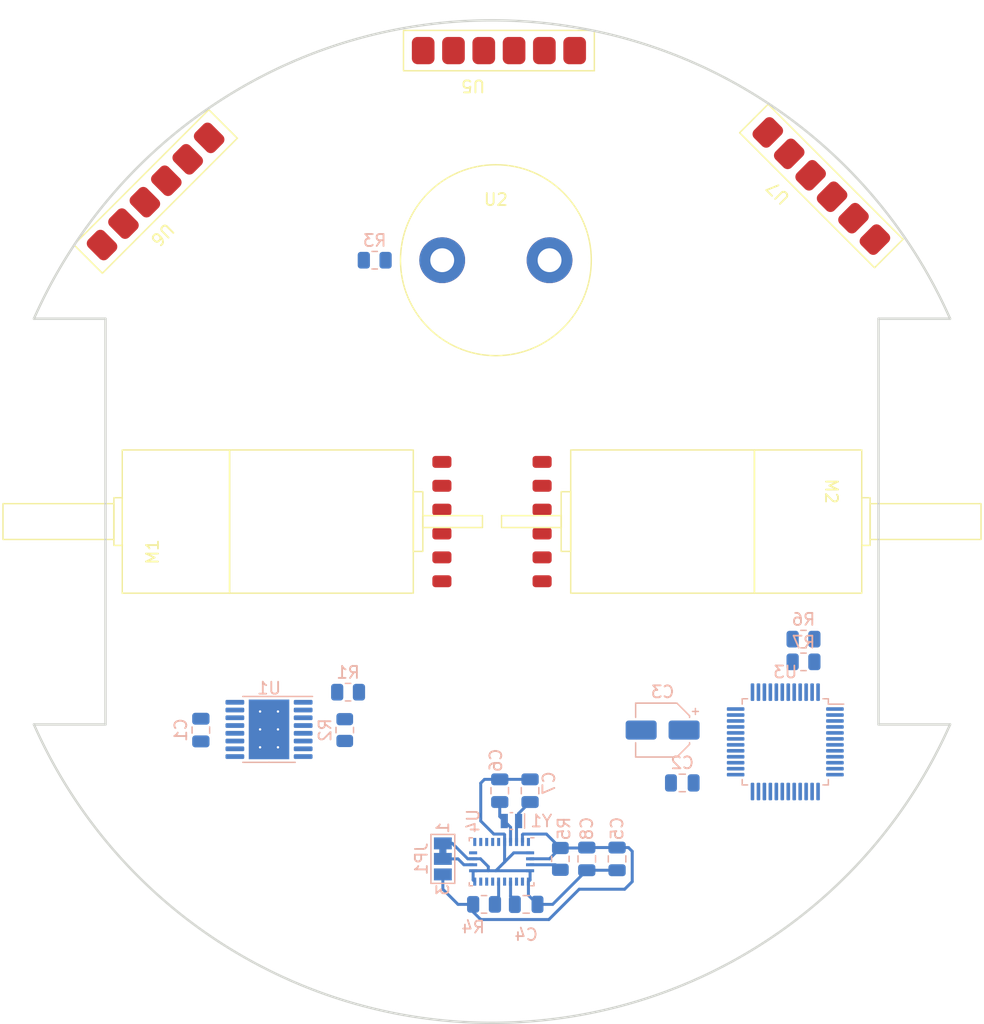
<source format=kicad_pcb>
(kicad_pcb (version 20221018) (generator pcbnew)
  (layers (0 "F.Cu" signal) (31 "B.Cu" signal) (34 "B.Paste" user) (35 "F.Paste" user) (36 "B.SilkS" user "B.Silkscreen") (37 "F.SilkS" user "F.Silkscreen") (38 "B.Mask" user) (39 "F.Mask" user) (44 "Edge.Cuts" user))
  (net 0 "")
  (net 1 "GND")
  (net 2 "M1_B")
  (net 3 "+5V")
  (net 4 "M1_A")
  (net 5 "Net-(M1-M2)")
  (net 6 "Net-(M1-M1)")
  (net 7 "M2_B")
  (net 8 "M2_A")
  (net 9 "Net-(M2-M2)")
  (net 10 "Net-(M2-M1)")
  (net 12 "Net-(U1-AISEN)")
  (net 13 "Net-(U1-BISEN)")
  (net 15 "Net-(U1-BIN1)")
  (net 16 "Net-(U1-BIN2)")
  (net 17 "Net-(U1-VCP)")
  (net 18 "Net-(U1-AIN2)")
  (net 19 "Net-(U1-AIN1)")
  (net 20 "Net-(U2-SIG)")
  (net 21 "Net-(JP1-C)")
  (net 22 "+3.3V")
  (net 25 "BNO_INT")
  (net 28 "VL_EN1")
  (net 29 "VL_EN2")
  (net 30 "VL_EN3")
  (net 54 "SDA")
  (net 55 "SCL")
  (net 56 "Net-(U3-PA4)")
  (net 58 "Net-(U4-~{BOOT_LOAD_PIN})")
  (net 61 "Net-(U4-CAP)")
  (net 63 "Net-(U4-~{RESET})")
  (net 70 "Net-(U4-XOUT32)")
  (net 71 "Net-(U4-XIN32)")
  (footprint "pololu:ULTRASOUND_T_R" (layer "F.Cu") (at 60.325 38.1)
    (fp_text reference "U2" (at 0 -5.08 unlocked) (layer "F.SilkS"))
    (fp_text value "ULTRASOUND_T_R")
    (fp_circle (center 0 0) (end 8 0) (stroke (width 0.12)) (fill none) (layer "F.SilkS"))
    (pad "1" thru_hole circle (at 4.5 0) (size 3.84 3.84) (drill 2) (layers "*.Cu" "*.Mask") (net 1 "GND"))
    (pad "2" thru_hole circle (at -4.5 0) (size 3.84 3.84) (drill 2) (layers "*.Cu" "*.Mask") (net 20 "Net-(U2-SIG)"))
  )
  (footprint "pololu:VL53L0X" (layer "F.Cu") (at 68.58 22.225 180)
    (fp_text reference "U5" (at 10.16 -1.27 180 unlocked) (layer "F.SilkS"))
    (fp_text value "~")
    (fp_rect (start 0 0) (end 16 3.38) (stroke (width 0.12)) (fill none) (layer "F.SilkS"))
    (pad "1" smd roundrect (at 1.65 1.69 270) (size 2.286 1.9) (layers "F.Cu" "F.Paste" "F.Mask") (net 22 "+3.3V"))
    (pad "2" smd roundrect (at 4.19 1.69 270) (size 2.286 1.9) (layers "F.Cu" "F.Paste" "F.Mask") (net 1 "GND"))
    (pad "3" smd roundrect (at 6.73 1.69 270) (size 2.286 1.9) (layers "F.Cu" "F.Paste" "F.Mask") (net 55 "SCL"))
    (pad "4" smd roundrect (at 9.27 1.69 270) (size 2.286 1.9) (layers "F.Cu" "F.Paste" "F.Mask") (net 54 "SDA"))
    (pad "5" smd roundrect (at 11.81 1.69 270) (size 2.286 1.9) (layers "F.Cu" "F.Paste" "F.Mask"))
    (pad "6" smd roundrect (at 14.35 1.69 270) (size 2.286 1.9) (layers "F.Cu" "F.Paste" "F.Mask") (net 28 "VL_EN1"))
  )
  (footprint "pololu:N20_EXTENDED_SHAFT" (layer "F.Cu") (at 19 60 90)
    (fp_text reference "M1" (at -2.54 12.54 90 unlocked) (layer "F.SilkS"))
    (fp_text value "N20_MOTOR_EXTENDED_SHAFT")
    (fp_rect (start -6 10) (end 6 19) (stroke (width 0.12)) (fill none) (layer "F.SilkS"))
    (fp_rect (start -6 19) (end 6 34.4) (stroke (width 0.12)) (fill none) (layer "F.SilkS"))
    (fp_rect (start -2.5 34.4) (end 2.5 35.2) (stroke (width 0.12)) (fill none) (layer "F.SilkS"))
    (fp_rect (start -2 10) (end 2 9.3) (stroke (width 0.12)) (fill none) (layer "F.SilkS"))
    (fp_rect (start -1.5 9.3) (end 1.5 0) (stroke (width 0.12)) (fill none) (layer "F.SilkS"))
    (fp_rect (start -0.5 35.2) (end 0.5 40.2) (stroke (width 0.12)) (fill none) (layer "F.SilkS"))
    (pad "1" smd roundrect (at -5 36.8 90) (size 1 1.6) (layers "F.Cu" "F.Paste" "F.Mask") (net 1 "GND"))
    (pad "2" smd roundrect (at -3 36.8 90) (size 1 1.6) (layers "F.Cu" "F.Paste" "F.Mask") (net 2 "M1_B"))
    (pad "3" smd roundrect (at -1 36.8 90) (size 1 1.6) (layers "F.Cu" "F.Paste" "F.Mask") (net 4 "M1_A"))
    (pad "4" smd roundrect (at 1 36.8 90) (size 1 1.6) (layers "F.Cu" "F.Paste" "F.Mask") (net 22 "+3.3V"))
    (pad "5" smd roundrect (at 3 36.8 90) (size 1 1.6) (layers "F.Cu" "F.Paste" "F.Mask") (net 5 "Net-(M1-M2)"))
    (pad "6" smd roundrect (at 5 36.8 90) (size 1 1.6) (layers "F.Cu" "F.Paste" "F.Mask") (net 6 "Net-(M1-M1)"))
  )
  (footprint "pololu:VL53L0X" (layer "F.Cu") (at 92.075 38.735 135)
    (fp_text reference "U7" (at 10.16 -1.27 135 unlocked) (layer "F.SilkS"))
    (fp_text value "~")
    (fp_rect (start 0 0) (end 16 3.38) (stroke (width 0.12)) (fill none) (layer "F.SilkS"))
    (pad "1" smd roundrect (at 1.65 1.69 225) (size 2.286 1.9) (layers "F.Cu" "F.Paste" "F.Mask") (net 22 "+3.3V"))
    (pad "2" smd roundrect (at 4.19 1.69 225) (size 2.286 1.9) (layers "F.Cu" "F.Paste" "F.Mask") (net 1 "GND"))
    (pad "3" smd roundrect (at 6.73 1.69 225) (size 2.286 1.9) (layers "F.Cu" "F.Paste" "F.Mask") (net 55 "SCL"))
    (pad "4" smd roundrect (at 9.27 1.69 225) (size 2.286 1.9) (layers "F.Cu" "F.Paste" "F.Mask") (net 54 "SDA"))
    (pad "5" smd roundrect (at 11.81 1.69 225) (size 2.286 1.9) (layers "F.Cu" "F.Paste" "F.Mask"))
    (pad "6" smd roundrect (at 14.35 1.69 225) (size 2.286 1.9) (layers "F.Cu" "F.Paste" "F.Mask") (net 30 "VL_EN3"))
  )
  (footprint "pololu:N20_EXTENDED_SHAFT" (layer "F.Cu") (at 101 60 -90)
    (fp_text reference "M2" (at -2.54 12.54 -90 unlocked) (layer "F.SilkS"))
    (fp_text value "N20_MOTOR_EXTENDED_SHAFT")
    (fp_rect (start -6 10) (end 6 19) (stroke (width 0.12)) (fill none) (layer "F.SilkS"))
    (fp_rect (start -6 19) (end 6 34.4) (stroke (width 0.12)) (fill none) (layer "F.SilkS"))
    (fp_rect (start -2.5 34.4) (end 2.5 35.2) (stroke (width 0.12)) (fill none) (layer "F.SilkS"))
    (fp_rect (start -2 10) (end 2 9.3) (stroke (width 0.12)) (fill none) (layer "F.SilkS"))
    (fp_rect (start -1.5 9.3) (end 1.5 0) (stroke (width 0.12)) (fill none) (layer "F.SilkS"))
    (fp_rect (start -0.5 35.2) (end 0.5 40.2) (stroke (width 0.12)) (fill none) (layer "F.SilkS"))
    (pad "1" smd roundrect (at -5 36.8 270) (size 1 1.6) (layers "F.Cu" "F.Paste" "F.Mask") (net 1 "GND"))
    (pad "2" smd roundrect (at -3 36.8 270) (size 1 1.6) (layers "F.Cu" "F.Paste" "F.Mask") (net 7 "M2_B"))
    (pad "3" smd roundrect (at -1 36.8 270) (size 1 1.6) (layers "F.Cu" "F.Paste" "F.Mask") (net 8 "M2_A"))
    (pad "4" smd roundrect (at 1 36.8 270) (size 1 1.6) (layers "F.Cu" "F.Paste" "F.Mask") (net 22 "+3.3V"))
    (pad "5" smd roundrect (at 3 36.8 270) (size 1 1.6) (layers "F.Cu" "F.Paste" "F.Mask") (net 9 "Net-(M2-M2)"))
    (pad "6" smd roundrect (at 5 36.8 270) (size 1 1.6) (layers "F.Cu" "F.Paste" "F.Mask") (net 10 "Net-(M2-M1)"))
  )
  (footprint "pololu:VL53L0X" (layer "F.Cu") (at 38.646993 27.878028 -135)
    (fp_text reference "U6" (at 10.16 -1.27 -135 unlocked) (layer "F.SilkS"))
    (fp_text value "~")
    (fp_rect (start 0 0) (end 16 3.38) (stroke (width 0.12)) (fill none) (layer "F.SilkS"))
    (pad "1" smd roundrect (at 1.65 1.69 315) (size 2.286 1.9) (layers "F.Cu" "F.Paste" "F.Mask") (net 22 "+3.3V"))
    (pad "2" smd roundrect (at 4.19 1.69 315) (size 2.286 1.9) (layers "F.Cu" "F.Paste" "F.Mask") (net 1 "GND"))
    (pad "3" smd roundrect (at 6.73 1.69 315) (size 2.286 1.9) (layers "F.Cu" "F.Paste" "F.Mask") (net 55 "SCL"))
    (pad "4" smd roundrect (at 9.27 1.69 315) (size 2.286 1.9) (layers "F.Cu" "F.Paste" "F.Mask") (net 54 "SDA"))
    (pad "5" smd roundrect (at 11.81 1.69 315) (size 2.286 1.9) (layers "F.Cu" "F.Paste" "F.Mask"))
    (pad "6" smd roundrect (at 14.35 1.69 315) (size 2.286 1.9) (layers "F.Cu" "F.Paste" "F.Mask") (net 29 "VL_EN2"))
  )
  (footprint "Capacitor_SMD:C_0805_2012Metric" (layer "B.Cu") (at 63.189846 82.55 90)
    (fp_text reference "C7" (at 0.635 1.580154 90) (layer "B.SilkS") (effects (justify mirror)))
    (fp_text value "22pF")
    (fp_line (start -0.261252 -0.735) (end 0.261252 -0.735) (stroke (width 0.12)) (layer "B.SilkS"))
    (fp_line (start -0.261252 0.735) (end 0.261252 0.735) (stroke (width 0.12)) (layer "B.SilkS"))
    (pad "1" smd roundrect (at -0.95 0 90) (size 1 1.45) (layers "B.Cu" "B.Paste" "B.Mask") (net 71 "Net-(U4-XIN32)"))
    (pad "2" smd roundrect (at 0.95 0 90) (size 1 1.45) (layers "B.Cu" "B.Paste" "B.Mask") (net 1 "GND"))
  )
  (footprint "Jumper:SolderJumper-3_P1.3mm_Bridged12_Pad1.0x1.5mm_NumberLabels" (layer "B.Cu") (at 55.88 88.265 -90)
    (fp_text reference "JP1" (at 0 1.8 90) (layer "B.SilkS") (effects (justify mirror)))
    (fp_text value "I2C_ADDR_SEL")
    (fp_text user "1" (at -2.6 0 90) (layer "B.SilkS") (effects (justify mirror)))
    (fp_text user "3" (at 2.6 0 90) (layer "B.SilkS") (effects (justify mirror)))
    (fp_poly (pts (xy -0.9 0.3) (xy -0.4 0.3) (xy -0.4 -0.3) (xy -0.9 -0.3)) (fill solid) (layer "B.Cu"))
    (fp_line (start -2.05 -1) (end -2.05 1) (stroke (width 0.12)) (layer "B.SilkS"))
    (fp_line (start -2.05 1) (end 2.05 1) (stroke (width 0.12)) (layer "B.SilkS"))
    (fp_line (start 2.05 -1) (end -2.05 -1) (stroke (width 0.12)) (layer "B.SilkS"))
    (fp_line (start 2.05 1) (end 2.05 -1) (stroke (width 0.12)) (layer "B.SilkS"))
    (pad "1" smd rect (at -1.3 0 270) (size 1 1.5) (layers "B.Cu" "B.Mask") (net 1 "GND"))
    (pad "2" smd rect (at 0 0 270) (size 1 1.5) (layers "B.Cu" "B.Mask") (net 21 "Net-(JP1-C)"))
    (pad "3" smd rect (at 1.3 0 270) (size 1 1.5) (layers "B.Cu" "B.Mask") (net 22 "+3.3V"))
  )
  (footprint "Resistor_SMD:R_0805_2012Metric" (layer "B.Cu") (at 59.3325 92.075 180)
    (fp_text reference "R4" (at 0.9125 -1.905) (layer "B.SilkS") (effects (justify mirror)))
    (fp_text value "10K")
    (fp_line (start -0.227064 -0.735) (end 0.227064 -0.735) (stroke (width 0.12)) (layer "B.SilkS"))
    (fp_line (start -0.227064 0.735) (end 0.227064 0.735) (stroke (width 0.12)) (layer "B.SilkS"))
    (pad "1" smd roundrect (at -0.9125 0 180) (size 1.025 1.4) (layers "B.Cu" "B.Paste" "B.Mask") (roundrect_rratio 0.243902) (net 63 "Net-(U4-~{RESET})"))
    (pad "2" smd roundrect (at 0.9125 0 180) (size 1.025 1.4) (layers "B.Cu" "B.Paste" "B.Mask") (roundrect_rratio 0.243902) (net 22 "+3.3V"))
  )
  (footprint "Resistor_SMD:R_0805_2012Metric" (layer "B.Cu") (at 47.655 77.47 -90)
    (fp_text reference "R2" (at 0 1.65 90) (layer "B.SilkS") (effects (justify mirror)))
    (fp_text value "0.2R")
    (fp_line (start -0.227064 -0.735) (end 0.227064 -0.735) (stroke (width 0.12)) (layer "B.SilkS"))
    (fp_line (start -0.227064 0.735) (end 0.227064 0.735) (stroke (width 0.12)) (layer "B.SilkS"))
    (pad "1" smd roundrect (at -0.9125 0 270) (size 1.025 1.4) (layers "B.Cu" "B.Paste" "B.Mask") (roundrect_rratio 0.243902) (net 1 "GND"))
    (pad "2" smd roundrect (at 0.9125 0 270) (size 1.025 1.4) (layers "B.Cu" "B.Paste" "B.Mask") (roundrect_rratio 0.243902) (net 13 "Net-(U1-BISEN)"))
  )
  (footprint "Package_LGA:LGA-28_5.2x3.8mm_P0.5mm" (layer "B.Cu") (at 60.804846 88.5075 180)
    (fp_text reference "U4" (at 2.384846 3.4175 90) (layer "B.SilkS") (effects (justify mirror)))
    (fp_text value "BNO055")
    (fp_line (start -2.71 -2.01) (end -2.71 -1.75) (stroke (width 0.12)) (layer "B.SilkS"))
    (fp_line (start -2.71 -2.01) (end -2.45 -2.01) (stroke (width 0.12)) (layer "B.SilkS"))
    (fp_line (start -2.71 2.01) (end -2.45 2.01) (stroke (width 0.12)) (layer "B.SilkS"))
    (fp_line (start 2.71 -2.01) (end 2.45 -2.01) (stroke (width 0.12)) (layer "B.SilkS"))
    (fp_line (start 2.71 -2.01) (end 2.71 -1.75) (stroke (width 0.12)) (layer "B.SilkS"))
    (fp_line (start 2.71 2.01) (end 2.45 2.01) (stroke (width 0.12)) (layer "B.SilkS"))
    (fp_line (start 2.71 2.01) (end 2.71 1.75) (stroke (width 0.12)) (layer "B.SilkS"))
    (pad "1" smd rect (at -2.25 1.6625 180) (size 0.254 0.675) (layers "B.Cu" "B.Paste" "B.Mask"))
    (pad "2" smd rect (at -2.3875 0.75 90) (size 0.254 0.675) (layers "B.Cu" "B.Paste" "B.Mask") (net 1 "GND"))
    (pad "3" smd rect (at -2.3875 0.25 90) (size 0.254 0.675) (layers "B.Cu" "B.Paste" "B.Mask") (net 22 "+3.3V"))
    (pad "4" smd rect (at -2.3875 -0.25 90) (size 0.254 0.675) (layers "B.Cu" "B.Paste" "B.Mask") (net 58 "Net-(U4-~{BOOT_LOAD_PIN})"))
    (pad "5" smd rect (at -2.3875 -0.75 90) (size 0.254 0.675) (layers "B.Cu" "B.Paste" "B.Mask") (net 1 "GND"))
    (pad "6" smd rect (at -2.25 -1.6625 180) (size 0.254 0.675) (layers "B.Cu" "B.Paste" "B.Mask") (net 1 "GND"))
    (pad "7" smd rect (at -1.75 -1.6625 180) (size 0.254 0.675) (layers "B.Cu" "B.Paste" "B.Mask"))
    (pad "8" smd rect (at -1.25 -1.6625 180) (size 0.254 0.675) (layers "B.Cu" "B.Paste" "B.Mask"))
    (pad "9" smd rect (at -0.75 -1.6625 180) (size 0.254 0.675) (layers "B.Cu" "B.Paste" "B.Mask") (net 61 "Net-(U4-CAP)"))
    (pad "10" smd rect (at -0.25 -1.6625 180) (size 0.254 0.675) (layers "B.Cu" "B.Paste" "B.Mask"))
    (pad "11" smd rect (at 0.25 -1.6625 180) (size 0.254 0.675) (layers "B.Cu" "B.Paste" "B.Mask") (net 63 "Net-(U4-~{RESET})"))
    (pad "12" smd rect (at 0.75 -1.6625 180) (size 0.254 0.675) (layers "B.Cu" "B.Paste" "B.Mask"))
    (pad "13" smd rect (at 1.25 -1.6625 180) (size 0.254 0.675) (layers "B.Cu" "B.Paste" "B.Mask"))
    (pad "14" smd rect (at 1.75 -1.6625 180) (size 0.254 0.675) (layers "B.Cu" "B.Paste" "B.Mask") (net 25 "BNO_INT"))
    (pad "15" smd rect (at 2.25 -1.6625 180) (size 0.254 0.675) (layers "B.Cu" "B.Paste" "B.Mask") (net 1 "GND"))
    (pad "16" smd rect (at 2.3875 -0.75 90) (size 0.254 0.675) (layers "B.Cu" "B.Paste" "B.Mask") (net 1 "GND"))
    (pad "17" smd rect (at 2.3875 -0.25 90) (size 0.254 0.675) (layers "B.Cu" "B.Paste" "B.Mask") (net 21 "Net-(JP1-C)"))
    (pad "18" smd rect (at 2.3875 0.25 90) (size 0.254 0.675) (layers "B.Cu" "B.Paste" "B.Mask") (net 1 "GND"))
    (pad "19" smd rect (at 2.3875 0.75 90) (size 0.254 0.675) (layers "B.Cu" "B.Paste" "B.Mask") (net 55 "SCL"))
    (pad "20" smd rect (at 2.25 1.6625 180) (size 0.254 0.675) (layers "B.Cu" "B.Paste" "B.Mask") (net 54 "SDA"))
    (pad "21" smd rect (at 1.75 1.6625 180) (size 0.254 0.675) (layers "B.Cu" "B.Paste" "B.Mask"))
    (pad "22" smd rect (at 1.25 1.6625 180) (size 0.254 0.675) (layers "B.Cu" "B.Paste" "B.Mask"))
    (pad "23" smd rect (at 0.75 1.6625 180) (size 0.254 0.675) (layers "B.Cu" "B.Paste" "B.Mask"))
    (pad "24" smd rect (at 0.25 1.6625 180) (size 0.254 0.675) (layers "B.Cu" "B.Paste" "B.Mask"))
    (pad "25" smd rect (at -0.25 1.6625 180) (size 0.254 0.675) (layers "B.Cu" "B.Paste" "B.Mask") (net 1 "GND"))
    (pad "26" smd rect (at -0.75 1.6625 180) (size 0.254 0.675) (layers "B.Cu" "B.Paste" "B.Mask") (net 70 "Net-(U4-XOUT32)"))
    (pad "27" smd rect (at -1.25 1.6625 180) (size 0.254 0.675) (layers "B.Cu" "B.Paste" "B.Mask") (net 71 "Net-(U4-XIN32)"))
    (pad "28" smd rect (at -1.75 1.6625 180) (size 0.254 0.675) (layers "B.Cu" "B.Paste" "B.Mask") (net 22 "+3.3V"))
  )
  (footprint "Capacitor_SMD:CP_Elec_4x3" (layer "B.Cu") (at 74.303094 77.47 180)
    (fp_text reference "C3" (at 0 3.2) (layer "B.SilkS") (effects (justify mirror)))
    (fp_text value "10uF")
    (fp_line (start -3 1.56) (end -2.5 1.56) (stroke (width 0.12)) (layer "B.SilkS"))
    (fp_line (start -2.75 1.81) (end -2.75 1.31) (stroke (width 0.12)) (layer "B.SilkS"))
    (fp_line (start -2.26 -1.195563) (end -2.26 -1.06) (stroke (width 0.12)) (layer "B.SilkS"))
    (fp_line (start -2.26 -1.195563) (end -1.195563 -2.26) (stroke (width 0.12)) (layer "B.SilkS"))
    (fp_line (start -2.26 1.195563) (end -2.26 1.06) (stroke (width 0.12)) (layer "B.SilkS"))
    (fp_line (start -2.26 1.195563) (end -1.195563 2.26) (stroke (width 0.12)) (layer "B.SilkS"))
    (fp_line (start -1.195563 -2.26) (end 2.26 -2.26) (stroke (width 0.12)) (layer "B.SilkS"))
    (fp_line (start -1.195563 2.26) (end 2.26 2.26) (stroke (width 0.12)) (layer "B.SilkS"))
    (fp_line (start 2.26 -2.26) (end 2.26 -1.06) (stroke (width 0.12)) (layer "B.SilkS"))
    (fp_line (start 2.26 2.26) (end 2.26 1.06) (stroke (width 0.12)) (layer "B.SilkS"))
    (pad "1" smd roundrect (at -1.8 0 180) (size 2.6 1.6) (layers "B.Cu" "B.Paste" "B.Mask") (roundrect_rratio 0.15625) (net 22 "+3.3V"))
    (pad "2" smd roundrect (at 1.8 0 180) (size 2.6 1.6) (layers "B.Cu" "B.Paste" "B.Mask") (roundrect_rratio 0.15625) (net 1 "GND"))
  )
  (footprint "Capacitor_SMD:C_0805_2012Metric" (layer "B.Cu") (at 35.59 77.47 -90)
    (fp_text reference "C1" (at 0 1.68 90) (layer "B.SilkS") (effects (justify mirror)))
    (fp_text value "10nF")
    (fp_line (start -0.261252 -0.735) (end 0.261252 -0.735) (stroke (width 0.12)) (layer "B.SilkS"))
    (fp_line (start -0.261252 0.735) (end 0.261252 0.735) (stroke (width 0.12)) (layer "B.SilkS"))
    (pad "1" smd roundrect (at -0.95 0 270) (size 1 1.45) (layers "B.Cu" "B.Paste" "B.Mask") (net 3 "+5V"))
    (pad "2" smd roundrect (at 0.95 0 270) (size 1 1.45) (layers "B.Cu" "B.Paste" "B.Mask") (net 17 "Net-(U1-VCP)"))
  )
  (footprint "Capacitor_SMD:C_0805_2012Metric" (layer "B.Cu") (at 60.649846 82.55 90)
    (fp_text reference "C6" (at 2.54 -0.324846 90) (layer "B.SilkS") (effects (justify mirror)))
    (fp_text value "22pF")
    (fp_line (start -0.261252 -0.735) (end 0.261252 -0.735) (stroke (width 0.12)) (layer "B.SilkS"))
    (fp_line (start -0.261252 0.735) (end 0.261252 0.735) (stroke (width 0.12)) (layer "B.SilkS"))
    (pad "1" smd roundrect (at -0.95 0 90) (size 1 1.45) (layers "B.Cu" "B.Paste" "B.Mask") (net 70 "Net-(U4-XOUT32)"))
    (pad "2" smd roundrect (at 0.95 0 90) (size 1 1.45) (layers "B.Cu" "B.Paste" "B.Mask") (net 1 "GND"))
  )
  (footprint "Resistor_SMD:R_0805_2012Metric" (layer "B.Cu") (at 47.9325 74.295 180)
    (fp_text reference "R1" (at 0 1.65) (layer "B.SilkS") (effects (justify mirror)))
    (fp_text value "0.2R")
    (fp_line (start -0.227064 -0.735) (end 0.227064 -0.735) (stroke (width 0.12)) (layer "B.SilkS"))
    (fp_line (start -0.227064 0.735) (end 0.227064 0.735) (stroke (width 0.12)) (layer "B.SilkS"))
    (pad "1" smd roundrect (at -0.9125 0 180) (size 1.025 1.4) (layers "B.Cu" "B.Paste" "B.Mask") (roundrect_rratio 0.243902) (net 1 "GND"))
    (pad "2" smd roundrect (at 0.9125 0 180) (size 1.025 1.4) (layers "B.Cu" "B.Paste" "B.Mask") (roundrect_rratio 0.243902) (net 12 "Net-(U1-AISEN)"))
  )
  (footprint "Capacitor_SMD:C_0805_2012Metric" (layer "B.Cu") (at 75.953094 81.9 180)
    (fp_text reference "C2" (at 0 1.68) (layer "B.SilkS") (effects (justify mirror)))
    (fp_text value "100nF")
    (fp_line (start -0.261252 -0.735) (end 0.261252 -0.735) (stroke (width 0.12)) (layer "B.SilkS"))
    (fp_line (start -0.261252 0.735) (end 0.261252 0.735) (stroke (width 0.12)) (layer "B.SilkS"))
    (pad "1" smd roundrect (at -0.95 0 180) (size 1 1.45) (layers "B.Cu" "B.Paste" "B.Mask") (net 22 "+3.3V"))
    (pad "2" smd roundrect (at 0.95 0 180) (size 1 1.45) (layers "B.Cu" "B.Paste" "B.Mask") (net 1 "GND"))
  )
  (footprint "Package_SO:HTSSOP-16-1EP_4.4x5mm_P0.65mm_EP3.4x5mm_Mask2.46x2.31mm_ThermalVias" (layer "B.Cu") (at 41.305 77.415 180)
    (fp_text reference "U1" (at 0 3.45) (layer "B.SilkS") (effects (justify mirror)))
    (fp_text value "DRV8833PWP")
    (fp_line (start 0 -2.76) (end -2.2 -2.76) (stroke (width 0.12)) (layer "B.SilkS"))
    (fp_line (start 0 -2.76) (end 2.2 -2.76) (stroke (width 0.12)) (layer "B.SilkS"))
    (fp_line (start 0 2.76) (end -3.65 2.76) (stroke (width 0.12)) (layer "B.SilkS"))
    (fp_line (start 0 2.76) (end 2.2 2.76) (stroke (width 0.12)) (layer "B.SilkS"))
    (pad "1" smd roundrect (at -2.8625 2.275 180) (size 1.575 0.4) (layers "B.Cu" "B.Paste" "B.Mask"))
    (pad "2" smd roundrect (at -2.8625 1.625 180) (size 1.575 0.4) (layers "B.Cu" "B.Paste" "B.Mask") (net 6 "Net-(M1-M1)"))
    (pad "3" smd roundrect (at -2.8625 0.975 180) (size 1.575 0.4) (layers "B.Cu" "B.Paste" "B.Mask") (net 12 "Net-(U1-AISEN)"))
    (pad "4" smd roundrect (at -2.8625 0.325 180) (size 1.575 0.4) (layers "B.Cu" "B.Paste" "B.Mask") (net 5 "Net-(M1-M2)"))
    (pad "5" smd roundrect (at -2.8625 -0.325 180) (size 1.575 0.4) (layers "B.Cu" "B.Paste" "B.Mask") (net 9 "Net-(M2-M2)"))
    (pad "6" smd roundrect (at -2.8625 -0.975 180) (size 1.575 0.4) (layers "B.Cu" "B.Paste" "B.Mask") (net 13 "Net-(U1-BISEN)"))
    (pad "7" smd roundrect (at -2.8625 -1.625 180) (size 1.575 0.4) (layers "B.Cu" "B.Paste" "B.Mask") (net 10 "Net-(M2-M1)"))
    (pad "8" smd roundrect (at -2.8625 -2.275 180) (size 1.575 0.4) (layers "B.Cu" "B.Paste" "B.Mask"))
    (pad "9" smd roundrect (at 2.8625 -2.275 180) (size 1.575 0.4) (layers "B.Cu" "B.Paste" "B.Mask") (net 15 "Net-(U1-BIN1)"))
    (pad "10" smd roundrect (at 2.8625 -1.625 180) (size 1.575 0.4) (layers "B.Cu" "B.Paste" "B.Mask") (net 16 "Net-(U1-BIN2)"))
    (pad "11" smd roundrect (at 2.8625 -0.975 180) (size 1.575 0.4) (layers "B.Cu" "B.Paste" "B.Mask") (net 17 "Net-(U1-VCP)"))
    (pad "12" smd roundrect (at 2.8625 -0.325 180) (size 1.575 0.4) (layers "B.Cu" "B.Paste" "B.Mask") (net 3 "+5V"))
    (pad "13" smd roundrect (at 2.8625 0.325 180) (size 1.575 0.4) (layers "B.Cu" "B.Paste" "B.Mask") (net 1 "GND"))
    (pad "14" smd roundrect (at 2.8625 0.975 180) (size 1.575 0.4) (layers "B.Cu" "B.Paste" "B.Mask") (net 22 "+3.3V"))
    (pad "15" smd roundrect (at 2.8625 1.625 180) (size 1.575 0.4) (layers "B.Cu" "B.Paste" "B.Mask") (net 18 "Net-(U1-AIN2)"))
    (pad "16" smd roundrect (at 2.8625 2.275 180) (size 1.575 0.4) (layers "B.Cu" "B.Paste" "B.Mask") (net 19 "Net-(U1-AIN1)"))
    (pad "17" thru_hole circle (at -0.75 -1.5 180) (size 0.5 0.5) (drill 0.2) (layers "*.Cu") (net 1 "GND"))
    (pad "17" thru_hole circle (at -0.75 0 180) (size 0.5 0.5) (drill 0.2) (layers "*.Cu") (net 1 "GND"))
    (pad "17" thru_hole circle (at -0.75 1.5 180) (size 0.5 0.5) (drill 0.2) (layers "*.Cu") (net 1 "GND"))
    (pad "17" smd rect (at 0 0 180) (size 2 3.5) (layers "F.Cu") (net 1 "GND"))
    (pad "17" smd rect (at 0 0 180) (size 3.4 5) (layers "B.Cu") (net 1 "GND"))
    (pad "17" thru_hole circle (at 0.75 -1.5 180) (size 0.5 0.5) (drill 0.2) (layers "*.Cu") (net 1 "GND"))
    (pad "17" thru_hole circle (at 0.75 0 180) (size 0.5 0.5) (drill 0.2) (layers "*.Cu") (net 1 "GND"))
    (pad "17" thru_hole circle (at 0.75 1.5 180) (size 0.5 0.5) (drill 0.2) (layers "*.Cu") (net 1 "GND"))
  )
  (footprint "Package_QFP:TQFP-48_7x7mm_P0.5mm" (layer "B.Cu") (at 84.588094 78.4575 180)
    (fp_text reference "U3" (at 0 5.85) (layer "B.SilkS") (effects (justify mirror)))
    (fp_text value "ATmega4809-A")
    (fp_line (start -3.61 -3.61) (end -3.61 -3.16) (stroke (width 0.12)) (layer "B.SilkS"))
    (fp_line (start -3.61 3.16) (end -4.9 3.16) (stroke (width 0.12)) (layer "B.SilkS"))
    (fp_line (start -3.61 3.61) (end -3.61 3.16) (stroke (width 0.12)) (layer "B.SilkS"))
    (fp_line (start -3.16 -3.61) (end -3.61 -3.61) (stroke (width 0.12)) (layer "B.SilkS"))
    (fp_line (start -3.16 3.61) (end -3.61 3.61) (stroke (width 0.12)) (layer "B.SilkS"))
    (fp_line (start 3.16 -3.61) (end 3.61 -3.61) (stroke (width 0.12)) (layer "B.SilkS"))
    (fp_line (start 3.16 3.61) (end 3.61 3.61) (stroke (width 0.12)) (layer "B.SilkS"))
    (fp_line (start 3.61 -3.61) (end 3.61 -3.16) (stroke (width 0.12)) (layer "B.SilkS"))
    (fp_line (start 3.61 3.61) (end 3.61 3.16) (stroke (width 0.12)) (layer "B.SilkS"))
    (pad "1" smd roundrect (at -4.1625 2.75 180) (size 1.475 0.3) (layers "B.Cu" "B.Paste" "B.Mask"))
    (pad "2" smd roundrect (at -4.1625 2.25 180) (size 1.475 0.3) (layers "B.Cu" "B.Paste" "B.Mask"))
    (pad "3" smd roundrect (at -4.1625 1.75 180) (size 1.475 0.3) (layers "B.Cu" "B.Paste" "B.Mask") (net 25 "BNO_INT"))
    (pad "4" smd roundrect (at -4.1625 1.25 180) (size 1.475 0.3) (layers "B.Cu" "B.Paste" "B.Mask") (net 4 "M1_A"))
    (pad "5" smd roundrect (at -4.1625 0.75 180) (size 1.475 0.3) (layers "B.Cu" "B.Paste" "B.Mask") (net 2 "M1_B"))
    (pad "6" smd roundrect (at -4.1625 0.25 180) (size 1.475 0.3) (layers "B.Cu" "B.Paste" "B.Mask") (net 8 "M2_A"))
    (pad "7" smd roundrect (at -4.1625 -0.25 180) (size 1.475 0.3) (layers "B.Cu" "B.Paste" "B.Mask") (net 7 "M2_B"))
    (pad "8" smd roundrect (at -4.1625 -0.75 180) (size 1.475 0.3) (layers "B.Cu" "B.Paste" "B.Mask"))
    (pad "9" smd roundrect (at -4.1625 -1.25 180) (size 1.475 0.3) (layers "B.Cu" "B.Paste" "B.Mask"))
    (pad "10" smd roundrect (at -4.1625 -1.75 180) (size 1.475 0.3) (layers "B.Cu" "B.Paste" "B.Mask") (net 28 "VL_EN1"))
    (pad "11" smd roundrect (at -4.1625 -2.25 180) (size 1.475 0.3) (layers "B.Cu" "B.Paste" "B.Mask") (net 29 "VL_EN2"))
    (pad "12" smd roundrect (at -4.1625 -2.75 180) (size 1.475 0.3) (layers "B.Cu" "B.Paste" "B.Mask") (net 30 "VL_EN3"))
    (pad "13" smd roundrect (at -2.75 -4.1625 180) (size 0.3 1.475) (layers "B.Cu" "B.Paste" "B.Mask"))
    (pad "14" smd roundrect (at -2.25 -4.1625 180) (size 0.3 1.475) (layers "B.Cu" "B.Paste" "B.Mask") (net 22 "+3.3V"))
    (pad "15" smd roundrect (at -1.75 -4.1625 180) (size 0.3 1.475) (layers "B.Cu" "B.Paste" "B.Mask") (net 1 "GND"))
    (pad "16" smd roundrect (at -1.25 -4.1625 180) (size 0.3 1.475) (layers "B.Cu" "B.Paste" "B.Mask"))
    (pad "17" smd roundrect (at -0.75 -4.1625 180) (size 0.3 1.475) (layers "B.Cu" "B.Paste" "B.Mask"))
    (pad "18" smd roundrect (at -0.25 -4.1625 180) (size 0.3 1.475) (layers "B.Cu" "B.Paste" "B.Mask"))
    (pad "19" smd roundrect (at 0.25 -4.1625 180) (size 0.3 1.475) (layers "B.Cu" "B.Paste" "B.Mask"))
    (pad "20" smd roundrect (at 0.75 -4.1625 180) (size 0.3 1.475) (layers "B.Cu" "B.Paste" "B.Mask"))
    (pad "21" smd roundrect (at 1.25 -4.1625 180) (size 0.3 1.475) (layers "B.Cu" "B.Paste" "B.Mask"))
    (pad "22" smd roundrect (at 1.75 -4.1625 180) (size 0.3 1.475) (layers "B.Cu" "B.Paste" "B.Mask"))
    (pad "23" smd roundrect (at 2.25 -4.1625 180) (size 0.3 1.475) (layers "B.Cu" "B.Paste" "B.Mask"))
    (pad "24" smd roundrect (at 2.75 -4.1625 180) (size 0.3 1.475) (layers "B.Cu" "B.Paste" "B.Mask"))
    (pad "25" smd roundrect (at 4.1625 -2.75 180) (size 1.475 0.3) (layers "B.Cu" "B.Paste" "B.Mask"))
    (pad "26" smd roundrect (at 4.1625 -2.25 180) (size 1.475 0.3) (layers "B.Cu" "B.Paste" "B.Mask"))
    (pad "27" smd roundrect (at 4.1625 -1.75 180) (size 1.475 0.3) (layers "B.Cu" "B.Paste" "B.Mask"))
    (pad "28" smd roundrect (at 4.1625 -1.25 180) (size 1.475 0.3) (layers "B.Cu" "B.Paste" "B.Mask") (net 22 "+3.3V"))
    (pad "29" smd roundrect (at 4.1625 -0.75 180) (size 1.475 0.3) (layers "B.Cu" "B.Paste" "B.Mask") (net 1 "GND"))
    (pad "30" smd roundrect (at 4.1625 -0.25 180) (size 1.475 0.3) (layers "B.Cu" "B.Paste" "B.Mask"))
    (pad "31" smd roundrect (at 4.1625 0.25 180) (size 1.475 0.3) (layers "B.Cu" "B.Paste" "B.Mask"))
    (pad "32" smd roundrect (at 4.1625 0.75 180) (size 1.475 0.3) (layers "B.Cu" "B.Paste" "B.Mask"))
    (pad "33" smd roundrect (at 4.1625 1.25 180) (size 1.475 0.3) (layers "B.Cu" "B.Paste" "B.Mask"))
    (pad "34" smd roundrect (at 4.1625 1.75 180) (size 1.475 0.3) (layers "B.Cu" "B.Paste" "B.Mask") (net 16 "Net-(U1-BIN2)"))
    (pad "35" smd roundrect (at 4.1625 2.25 180) (size 1.475 0.3) (layers "B.Cu" "B.Paste" "B.Mask") (net 15 "Net-(U1-BIN1)"))
    (pad "36" smd roundrect (at 4.1625 2.75 180) (size 1.475 0.3) (layers "B.Cu" "B.Paste" "B.Mask") (net 18 "Net-(U1-AIN2)"))
    (pad "37" smd roundrect (at 2.75 4.1625 180) (size 0.3 1.475) (layers "B.Cu" "B.Paste" "B.Mask") (net 19 "Net-(U1-AIN1)"))
    (pad "38" smd roundrect (at 2.25 4.1625 180) (size 0.3 1.475) (layers "B.Cu" "B.Paste" "B.Mask"))
    (pad "39" smd roundrect (at 1.75 4.1625 180) (size 0.3 1.475) (layers "B.Cu" "B.Paste" "B.Mask"))
    (pad "40" smd roundrect (at 1.25 4.1625 180) (size 0.3 1.475) (layers "B.Cu" "B.Paste" "B.Mask"))
    (pad "41" smd roundrect (at 0.75 4.1625 180) (size 0.3 1.475) (layers "B.Cu" "B.Paste" "B.Mask"))
    (pad "42" smd roundrect (at 0.25 4.1625 180) (size 0.3 1.475) (layers "B.Cu" "B.Paste" "B.Mask") (net 22 "+3.3V"))
    (pad "43" smd roundrect (at -0.25 4.1625 180) (size 0.3 1.475) (layers "B.Cu" "B.Paste" "B.Mask") (net 1 "GND"))
    (pad "44" smd roundrect (at -0.75 4.1625 180) (size 0.3 1.475) (layers "B.Cu" "B.Paste" "B.Mask"))
    (pad "45" smd roundrect (at -1.25 4.1625 180) (size 0.3 1.475) (layers "B.Cu" "B.Paste" "B.Mask"))
    (pad "46" smd roundrect (at -1.75 4.1625 180) (size 0.3 1.475) (layers "B.Cu" "B.Paste" "B.Mask") (net 54 "SDA"))
    (pad "47" smd roundrect (at -2.25 4.1625 180) (size 0.3 1.475) (layers "B.Cu" "B.Paste" "B.Mask") (net 55 "SCL"))
    (pad "48" smd roundrect (at -2.75 4.1625 180) (size 0.3 1.475) (layers "B.Cu" "B.Paste" "B.Mask") (net 56 "Net-(U3-PA4)"))
  )
  (footprint "Crystal:Crystal_SMD_MicroCrystal_CM9V-T1A-2Pin_1.6x1.0mm" (layer "B.Cu") (at 61.63 85.09 180)
    (fp_text reference "Y1" (at -2.505 0) (layer "B.SilkS") (effects (justify mirror)))
    (fp_text value "32.768kHz")
    (fp_line (start -1.1 0.6) (end -1.1 -0.6) (stroke (width 0.12)) (layer "B.SilkS"))
    (fp_line (start -0.1 -0.7) (end 0.1 -0.7) (stroke (width 0.12)) (layer "B.SilkS"))
    (fp_line (start -0.1 0.7) (end 0.1 0.7) (stroke (width 0.12)) (layer "B.SilkS"))
    (pad "1" smd rect (at -0.6 0 180) (size 0.6 1.2) (layers "B.Cu" "B.Paste" "B.Mask") (net 71 "Net-(U4-XIN32)"))
    (pad "2" smd rect (at 0.6 0 180) (size 0.6 1.2) (layers "B.Cu" "B.Paste" "B.Mask") (net 70 "Net-(U4-XOUT32)"))
  )
  (footprint "Capacitor_SMD:C_0805_2012Metric" (layer "B.Cu") (at 70.485 88.265 -90)
    (fp_text reference "C5" (at -2.54 0 90) (layer "B.SilkS") (effects (justify mirror)))
    (fp_text value "100nF")
    (fp_line (start -0.261252 -0.735) (end 0.261252 -0.735) (stroke (width 0.12)) (layer "B.SilkS"))
    (fp_line (start -0.261252 0.735) (end 0.261252 0.735) (stroke (width 0.12)) (layer "B.SilkS"))
    (pad "1" smd roundrect (at -0.95 0 270) (size 1 1.45) (layers "B.Cu" "B.Paste" "B.Mask") (net 22 "+3.3V"))
    (pad "2" smd roundrect (at 0.95 0 270) (size 1 1.45) (layers "B.Cu" "B.Paste" "B.Mask") (net 1 "GND"))
  )
  (footprint "Resistor_SMD:R_0805_2012Metric" (layer "B.Cu") (at 50.165 38.1 180)
    (fp_text reference "R3" (at 0 1.65) (layer "B.SilkS") (effects (justify mirror)))
    (fp_text value "R")
    (fp_line (start -0.227064 -0.735) (end 0.227064 -0.735) (stroke (width 0.12)) (layer "B.SilkS"))
    (fp_line (start -0.227064 0.735) (end 0.227064 0.735) (stroke (width 0.12)) (layer "B.SilkS"))
    (pad "1" smd roundrect (at -0.9125 0 180) (size 1.025 1.4) (layers "B.Cu" "B.Paste" "B.Mask") (roundrect_rratio 0.243902) (net 56 "Net-(U3-PA4)"))
    (pad "2" smd roundrect (at 0.9125 0 180) (size 1.025 1.4) (layers "B.Cu" "B.Paste" "B.Mask") (roundrect_rratio 0.243902) (net 20 "Net-(U2-SIG)"))
  )
  (footprint "Resistor_SMD:R_0805_2012Metric" (layer "B.Cu") (at 86.115594 69.85 180)
    (fp_text reference "R6" (at 0 1.65) (layer "B.SilkS") (effects (justify mirror)))
    (fp_text value "R")
    (fp_line (start -0.227064 -0.735) (end 0.227064 -0.735) (stroke (width 0.12)) (layer "B.SilkS"))
    (fp_line (start -0.227064 0.735) (end 0.227064 0.735) (stroke (width 0.12)) (layer "B.SilkS"))
    (pad "1" smd roundrect (at -0.9125 0 180) (size 1.025 1.4) (layers "B.Cu" "B.Paste" "B.Mask") (roundrect_rratio 0.243902) (net 54 "SDA"))
    (pad "2" smd roundrect (at 0.9125 0 180) (size 1.025 1.4) (layers "B.Cu" "B.Paste" "B.Mask") (roundrect_rratio 0.243902) (net 22 "+3.3V"))
  )
  (footprint "Capacitor_SMD:C_0805_2012Metric" (layer "B.Cu") (at 62.865 92.075)
    (fp_text reference "C4" (at 0 2.54) (layer "B.SilkS") (effects (justify mirror)))
    (fp_text value "1uF")
    (fp_line (start -0.261252 -0.735) (end 0.261252 -0.735) (stroke (width 0.12)) (layer "B.SilkS"))
    (fp_line (start -0.261252 0.735) (end 0.261252 0.735) (stroke (width 0.12)) (layer "B.SilkS"))
    (pad "1" smd roundrect (at -0.95 0) (size 1 1.45) (layers "B.Cu" "B.Paste" "B.Mask") (net 61 "Net-(U4-CAP)"))
    (pad "2" smd roundrect (at 0.95 0) (size 1 1.45) (layers "B.Cu" "B.Paste" "B.Mask") (net 1 "GND"))
  )
  (footprint "Resistor_SMD:R_0805_2012Metric" (layer "B.Cu") (at 65.729846 88.265 90)
    (fp_text reference "R5" (at 2.54 0.310154 90) (layer "B.SilkS") (effects (justify mirror)))
    (fp_text value "10K")
    (fp_line (start -0.227064 -0.735) (end 0.227064 -0.735) (stroke (width 0.12)) (layer "B.SilkS"))
    (fp_line (start -0.227064 0.735) (end 0.227064 0.735) (stroke (width 0.12)) (layer "B.SilkS"))
    (pad "1" smd roundrect (at -0.9125 0 90) (size 1.025 1.4) (layers "B.Cu" "B.Paste" "B.Mask") (roundrect_rratio 0.243902) (net 58 "Net-(U4-~{BOOT_LOAD_PIN})"))
    (pad "2" smd roundrect (at 0.9125 0 90) (size 1.025 1.4) (layers "B.Cu" "B.Paste" "B.Mask") (roundrect_rratio 0.243902) (net 22 "+3.3V"))
  )
  (footprint "Capacitor_SMD:C_0805_2012Metric" (layer "B.Cu") (at 67.945 88.265 -90)
    (fp_text reference "C8" (at -2.54 0 90) (layer "B.SilkS") (effects (justify mirror)))
    (fp_text value "120nF")
    (fp_line (start -0.261252 -0.735) (end 0.261252 -0.735) (stroke (width 0.12)) (layer "B.SilkS"))
    (fp_line (start -0.261252 0.735) (end 0.261252 0.735) (stroke (width 0.12)) (layer "B.SilkS"))
    (pad "1" smd roundrect (at -0.95 0 270) (size 1 1.45) (layers "B.Cu" "B.Paste" "B.Mask") (net 22 "+3.3V"))
    (pad "2" smd roundrect (at 0.95 0 270) (size 1 1.45) (layers "B.Cu" "B.Paste" "B.Mask") (net 1 "GND"))
  )
  (footprint "Resistor_SMD:R_0805_2012Metric" (layer "B.Cu") (at 86.115594 71.755 180)
    (fp_text reference "R7" (at 0 1.65) (layer "B.SilkS") (effects (justify mirror)))
    (fp_text value "R")
    (fp_line (start -0.227064 -0.735) (end 0.227064 -0.735) (stroke (width 0.12)) (layer "B.SilkS"))
    (fp_line (start -0.227064 0.735) (end 0.227064 0.735) (stroke (width 0.12)) (layer "B.SilkS"))
    (pad "1" smd roundrect (at -0.9125 0 180) (size 1.025 1.4) (layers "B.Cu" "B.Paste" "B.Mask") (roundrect_rratio 0.243902) (net 55 "SCL"))
    (pad "2" smd roundrect (at 0.9125 0 180) (size 1.025 1.4) (layers "B.Cu" "B.Paste" "B.Mask") (roundrect_rratio 0.243902) (net 22 "+3.3V"))
  )
  (gr_line (start 21.5943 43) (end 27.5943 43) (stroke (width 0.2)) (layer "Edge.Cuts"))
  (gr_line (start 92.4057 77) (end 92.4057 43) (stroke (width 0.2)) (layer "Edge.Cuts"))
  (gr_line (start 27.5943 77) (end 21.5943 77) (stroke (width 0.2)) (layer "Edge.Cuts"))
  (gr_arc (start 98.405731 76.999995) (mid 59.999927 102) (end 21.59421 76.999861) (stroke (width 0.2)) (layer "Edge.Cuts"))
  (gr_line (start 27.5943 43) (end 27.5943 77) (stroke (width 0.2)) (layer "Edge.Cuts"))
  (gr_line (start 98.4057 77) (end 92.4057 77) (stroke (width 0.2)) (layer "Edge.Cuts"))
  (gr_arc (start 21.59421 43.000139) (mid 59.999927 18) (end 98.405731 43.000005) (stroke (width 0.2)) (layer "Edge.Cuts"))
  (gr_line (start 92.4057 43) (end 98.4057 43) (stroke (width 0.2)) (layer "Edge.Cuts"))
  (segment (start 59.055 81.915) (end 59.055 85.09) (width 0.25) (layer "B.Cu") (net 1))
  (segment (start 60.649846 81.6) (end 59.37 81.6) (width 0.25) (layer "B.Cu") (net 1))
  (segment (start 63.054846 91.314846) (end 63.815 92.075) (width 0.25) (layer "B.Cu") (net 1))
  (segment (start 61.054846 86.845) (end 61.054846 88.527654) (width 0.25) (layer "B.Cu") (net 1))
  (segment (start 59.69 89.2575) (end 60.325 89.2575) (width 0.25) (layer "B.Cu") (net 1))
  (segment (start 58.417346 90.0325) (end 58.554846 90.17) (width 0.25) (layer "B.Cu") (net 1))
  (segment (start 61.054846 86.2305) (end 61.054846 86.845) (width 0.25) (layer "B.Cu") (net 1))
  (segment (start 65.085 92.075) (end 67.945 89.215) (width 0.25) (layer "B.Cu") (net 1))
  (segment (start 63.192346 90.0325) (end 63.054846 90.17) (width 0.25) (layer "B.Cu") (net 1))
  (segment (start 59.37 81.6) (end 59.055 81.915) (width 0.25) (layer "B.Cu") (net 1))
  (segment (start 63.054846 90.17) (end 63.054846 91.314846) (width 0.25) (layer "B.Cu") (net 1))
  (segment (start 61.006846 86.1825) (end 61.054846 86.2305) (width 0.25) (layer "B.Cu") (net 1))
  (segment (start 60.325 89.2575) (end 63.192346 89.2575) (width 0.25) (layer "B.Cu") (net 1))
  (segment (start 61.054846 88.527654) (end 60.325 89.2575) (width 0.25) (layer "B.Cu") (net 1))
  (segment (start 56.673742 86.965) (end 57.966242 88.2575) (width 0.25) (layer "B.Cu") (net 1))
  (segment (start 61.825 87.7575) (end 61.054846 88.527654) (width 0.25) (layer "B.Cu") (net 1))
  (segment (start 63.192346 87.7575) (end 61.825 87.7575) (width 0.25) (layer "B.Cu") (net 1))
  (segment (start 60.649846 81.6) (end 60.64 81.6) (width 0.25) (layer "B.Cu") (net 1))
  (segment (start 58.417346 89.2575) (end 58.417346 90.0325) (width 0.25) (layer "B.Cu") (net 1))
  (segment (start 59.031846 88.2575) (end 59.69 88.915654) (width 0.25) (layer "B.Cu") (net 1))
  (segment (start 57.966242 88.2575) (end 58.417346 88.2575) (width 0.25) (layer "B.Cu") (net 1))
  (segment (start 67.945 89.215) (end 70.485 89.215) (width 0.25) (layer "B.Cu") (net 1))
  (segment (start 60.649846 81.6) (end 63.189846 81.6) (width 0.25) (layer "B.Cu") (net 1))
  (segment (start 59.055 85.09) (end 60.1475 86.1825) (width 0.25) (layer "B.Cu") (net 1))
  (segment (start 59.69 88.915654) (end 59.69 89.2575) (width 0.25) (layer "B.Cu") (net 1))
  (segment (start 60.1475 86.1825) (end 61.006846 86.1825) (width 0.25) (layer "B.Cu") (net 1))
  (segment (start 55.88 86.965) (end 56.673742 86.965) (width 0.25) (layer "B.Cu") (net 1))
  (segment (start 60.64 81.6) (end 60.325 81.915) (width 0.25) (layer "B.Cu") (net 1))
  (segment (start 58.417346 89.2575) (end 59.69 89.2575) (width 0.25) (layer "B.Cu") (net 1))
  (segment (start 58.417346 88.2575) (end 59.031846 88.2575) (width 0.25) (layer "B.Cu") (net 1))
  (segment (start 63.192346 89.2575) (end 63.192346 90.0325) (width 0.25) (layer "B.Cu") (net 1))
  (segment (start 63.815 92.075) (end 65.085 92.075) (width 0.25) (layer "B.Cu") (net 1))
  (segment (start 57.15 88.265) (end 55.88 88.265) (width 0.25) (layer "B.Cu") (net 21))
  (segment (start 57.6425 88.7575) (end 57.15 88.265) (width 0.25) (layer "B.Cu") (net 21))
  (segment (start 58.417346 88.7575) (end 57.6425 88.7575) (width 0.25) (layer "B.Cu") (net 21))
  (segment (start 64.16 60.96) (end 64.2 61) (width 0.25) (layer "F.Cu") (net 22))
  (segment (start 67.9075 87.3525) (end 67.945 87.315) (width 0.25) (layer "B.Cu") (net 22))
  (segment (start 58.42 92.075) (end 57.15 92.075) (width 0.25) (layer "B.Cu") (net 22))
  (segment (start 57.15 92.075) (end 55.88 90.805) (width 0.25) (layer "B.Cu") (net 22))
  (segment (start 62.554846 86.845) (end 62.554846 86.2305) (width 0.25) (layer "B.Cu") (net 22))
  (segment (start 62.602846 86.1825) (end 64.559846 86.1825) (width 0.25) (layer "B.Cu") (net 22))
  (segment (start 64.559846 86.1825) (end 65.729846 87.3525) (width 0.25) (layer "B.Cu") (net 22))
  (segment (start 59.055 93.345) (end 64.77 93.345) (width 0.25) (layer "B.Cu") (net 22))
  (segment (start 71.44 87.315) (end 70.485 87.315) (width 0.25) (layer "B.Cu") (net 22))
  (segment (start 58.42 92.075) (end 58.42 92.71) (width 0.25) (layer "B.Cu") (net 22))
  (segment (start 71.755 87.63) (end 71.44 87.315) (width 0.25) (layer "B.Cu") (net 22))
  (segment (start 64.824846 88.2575) (end 63.192346 88.2575) (width 0.25) (layer "B.Cu") (net 22))
  (segment (start 67.31 90.805) (end 71.12 90.805) (width 0.25) (layer "B.Cu") (net 22))
  (segment (start 71.755 90.17) (end 71.755 87.63) (width 0.25) (layer "B.Cu") (net 22))
  (segment (start 64.77 93.345) (end 67.31 90.805) (width 0.25) (layer "B.Cu") (net 22))
  (segment (start 71.12 90.805) (end 71.755 90.17) (width 0.25) (layer "B.Cu") (net 22))
  (segment (start 67.945 87.315) (end 70.485 87.315) (width 0.25) (layer "B.Cu") (net 22))
  (segment (start 55.88 90.805) (end 55.88 89.565) (width 0.25) (layer "B.Cu") (net 22))
  (segment (start 65.729846 87.3525) (end 67.9075 87.3525) (width 0.25) (layer "B.Cu") (net 22))
  (segment (start 65.729846 87.3525) (end 64.824846 88.2575) (width 0.25) (layer "B.Cu") (net 22))
  (segment (start 62.554846 86.2305) (end 62.602846 86.1825) (width 0.25) (layer "B.Cu") (net 22))
  (segment (start 58.42 92.71) (end 59.055 93.345) (width 0.25) (layer "B.Cu") (net 22))
  (segment (start 65.729846 89.1775) (end 65.309846 88.7575) (width 0.25) (layer "B.Cu") (net 58))
  (segment (start 65.309846 88.7575) (end 63.192346 88.7575) (width 0.25) (layer "B.Cu") (net 58))
  (segment (start 61.915 92.075) (end 62.23 92.075) (width 0.25) (layer "B.Cu") (net 61))
  (segment (start 61.554846 91.399846) (end 61.554846 90.17) (width 0.25) (layer "B.Cu") (net 61))
  (segment (start 62.23 92.075) (end 61.554846 91.399846) (width 0.25) (layer "B.Cu") (net 61))
  (segment (start 60.245 92.075) (end 60.554846 91.765154) (width 0.25) (layer "B.Cu") (net 63))
  (segment (start 60.554846 91.765154) (end 60.554846 90.17) (width 0.25) (layer "B.Cu") (net 63))
  (segment (start 60.649846 83.5) (end 60.649846 84.709846) (width 0.25) (layer "B.Cu") (net 70))
  (segment (start 61.554846 85.614846) (end 61.554846 86.845) (width 0.25) (layer "B.Cu") (net 70))
  (segment (start 60.649846 84.709846) (end 61.03 85.09) (width 0.25) (layer "B.Cu") (net 70))
  (segment (start 61.03 85.09) (end 61.554846 85.614846) (width 0.25) (layer "B.Cu") (net 70))
  (segment (start 62.23 85.09) (end 62.23 84.459846) (width 0.25) (layer "B.Cu") (net 71))
  (segment (start 62.23 85.09) (end 62.054846 85.265154) (width 0.25) (layer "B.Cu") (net 71))
  (segment (start 62.23 84.459846) (end 63.189846 83.5) (width 0.25) (layer "B.Cu") (net 71))
  (segment (start 62.054846 85.265154) (end 62.054846 86.845) (width 0.25) (layer "B.Cu") (net 71))
)
</source>
